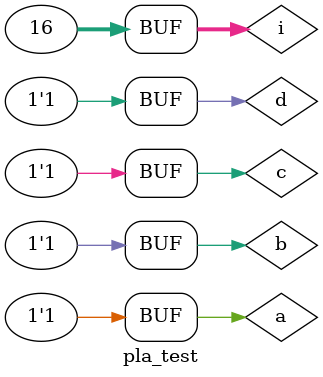
<source format=v>
module pla_test;
wire f1,f2;
reg a,b,c,d;
integer i;
pla Habeeb(a,b,c,d,f1,f2);
initial begin
for(i=0;i<16;i=i+1)
begin
{a,b,c,d}=i;
#10;
end
end
endmodule

</source>
